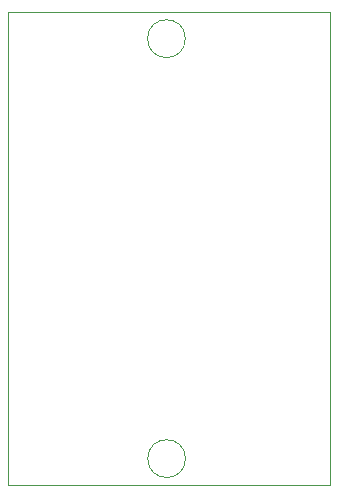
<source format=gm1>
%TF.GenerationSoftware,KiCad,Pcbnew,(5.1.12-1-10_14)*%
%TF.CreationDate,2021-12-29T19:37:03+01:00*%
%TF.ProjectId,contraddictionLamp_signals,636f6e74-7261-4646-9469-6374696f6e4c,1*%
%TF.SameCoordinates,Original*%
%TF.FileFunction,Profile,NP*%
%FSLAX46Y46*%
G04 Gerber Fmt 4.6, Leading zero omitted, Abs format (unit mm)*
G04 Created by KiCad (PCBNEW (5.1.12-1-10_14)) date 2021-12-29 19:37:03*
%MOMM*%
%LPD*%
G01*
G04 APERTURE LIST*
%TA.AperFunction,Profile*%
%ADD10C,0.050000*%
%TD*%
G04 APERTURE END LIST*
D10*
X140335000Y-116840000D02*
X140335000Y-76835000D01*
X167576500Y-116840000D02*
X140335000Y-116840000D01*
X167576500Y-76835000D02*
X167576500Y-116840000D01*
X140335000Y-76835000D02*
X167576500Y-76835000D01*
X155321000Y-79057500D02*
G75*
G03*
X155321000Y-79057500I-1600000J0D01*
G01*
X155333500Y-114617500D02*
G75*
G03*
X155333500Y-114617500I-1600000J0D01*
G01*
M02*

</source>
